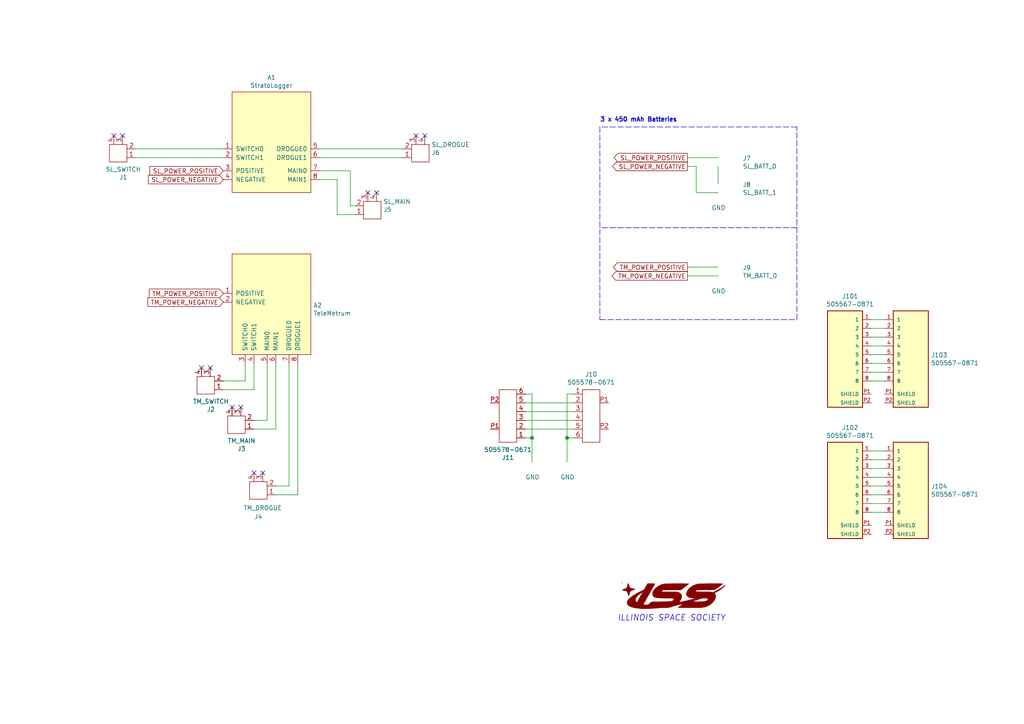
<source format=kicad_sch>
(kicad_sch (version 20211123) (generator eeschema)
  (paper "A4")
  (lib_symbols
    (symbol "COTS_Altimeters:StratoLogger" (pin_names (offset 1.016))
      (property "Reference" "A" (at 0 10.16 0))
      (property "Value" "StratoLogger" (at 0 7.62 0))
      (symbol "StratoLogger_0_1"
        (rectangle (start -11.43 5.08) (end 11.43 -24.13) (fill (type background)))
      )
      (symbol "StratoLogger_1_1"
        (pin bidirectional line (at -13.97 -11.43 0) (length 2.54) (name "SWITCH0") (number "1"))
        (pin bidirectional line (at -13.97 -13.97 0) (length 2.54) (name "SWITCH1") (number "2"))
        (pin input line (at -13.97 -17.78 0) (length 2.54) (name "POSITIVE") (number "3"))
        (pin input line (at -13.97 -20.32 0) (length 2.54) (name "NEGATIVE") (number "4"))
        (pin bidirectional line (at 13.97 -11.43 180) (length 2.54) (name "DROGUE0") (number "5"))
        (pin bidirectional line (at 13.97 -13.97 180) (length 2.54) (name "DROGUE1") (number "6"))
        (pin bidirectional line (at 13.97 -17.78 180) (length 2.54) (name "MAIN0") (number "7"))
        (pin bidirectional line (at 13.97 -20.32 180) (length 2.54) (name "MAIN1") (number "8"))
      )
    )
    (symbol "COTS_Altimeters:TeleMetrum" (pin_names (offset 1.016))
      (property "Reference" "A" (at 0 10.16 0))
      (property "Value" "TeleMetrum" (at 0 7.62 0))
      (symbol "TeleMetrum_1_1"
        (rectangle (start -11.43 5.08) (end 11.43 -24.13) (fill (type background)))
        (pin input line (at -13.97 -6.35 0) (length 2.54) (name "POSITIVE") (number "1"))
        (pin input line (at -13.97 -8.89 0) (length 2.54) (name "NEGATIVE") (number "2"))
        (pin bidirectional line (at -7.62 -26.67 90) (length 2.54) (name "SWITCH0") (number "3"))
        (pin bidirectional line (at -5.08 -26.67 90) (length 2.54) (name "SWITCH1") (number "4"))
        (pin bidirectional line (at -1.27 -26.67 90) (length 2.54) (name "MAIN0") (number "5"))
        (pin bidirectional line (at 1.27 -26.67 90) (length 2.54) (name "MAIN1") (number "6"))
        (pin bidirectional line (at 5.08 -26.67 90) (length 2.54) (name "DROGUE0") (number "7"))
        (pin bidirectional line (at 7.62 -26.67 90) (length 2.54) (name "DROGUE1") (number "8"))
      )
    )
    (symbol "ISS_LOGO:LOGO" (pin_names (offset 1.016))
      (symbol "LOGO_0_0"
        (polyline (pts (xy -15.2654 3.6322) (xy -15.2654 3.8354) (xy -15.2908 3.8608) (xy -15.3162 3.7338) (xy -15.3162 3.6068) (xy -15.2654 3.6322)) (stroke (width 0.0254)) (fill (type outline)))
        (polyline (pts (xy -13.081 0.2032) (xy -12.954 0.6096) (xy -12.8778 0.9144) (xy -12.7762 1.1176) (xy -12.6746 1.27) (xy -12.5476 1.3462) (xy -12.3698 1.4224) (xy -12.1158 1.524) (xy -11.7348 1.651) (xy -11.5316 1.7272) (xy -11.43 1.7526) (xy -11.43 1.778) (xy -11.5062 1.8542) (xy -11.684 1.9304) (xy -11.938 1.9812) (xy -12.2174 2.0574) (xy -12.5222 2.1082) (xy -12.7254 2.2098) (xy -12.8778 2.3368) (xy -12.9794 2.54) (xy -13.081 2.8448) (xy -13.1318 2.921) (xy -13.2334 3.2258) (xy -13.3858 3.5306) (xy -13.4112 3.5052) (xy -13.4874 3.3782) (xy -13.5382 3.1496) (xy -13.6906 2.54) (xy -13.7668 2.3114) (xy -13.8684 2.1844) (xy -13.9954 2.0828) (xy -14.1986 2.0066) (xy -14.478 1.905) (xy -14.605 1.8542) (xy -14.8844 1.7526) (xy -15.0876 1.651) (xy -15.1638 1.6002) (xy -15.1384 1.6002) (xy -15.0114 1.5494) (xy -14.7828 1.4732) (xy -14.4526 1.397) (xy -13.7668 1.2192) (xy -13.5636 0.762) (xy -13.4874 0.5588) (xy -13.3858 0.2794) (xy -13.2842 0.0508) (xy -13.1826 -0.2032) (xy -13.081 0.2032)) (stroke (width 0.0254)) (fill (type outline)))
        (polyline (pts (xy -8.0264 -3.8354) (xy -7.3152 -3.81) (xy -6.5786 -3.7846) (xy -5.8166 -3.7338) (xy -5.1054 -3.683) (xy -4.826 -3.6576) (xy -4.2418 -3.6068) (xy -3.6322 -3.5814) (xy -3.0988 -3.556) (xy -2.3368 -3.556) (xy -1.5494 -3.4798) (xy -0.889 -3.3528) (xy -0.3556 -3.1242) (xy -0.1778 -3.0734) (xy 0.127 -2.9718) (xy 0.508 -2.8702) (xy 0.9398 -2.7686) (xy 0.9906 -2.7432) (xy 1.5494 -2.6162) (xy 2.1844 -2.4892) (xy 2.3114 -2.4892) (xy 2.3114 -2.54) (xy 2.2352 -2.6162) (xy 2.0574 -2.7686) (xy 1.778 -2.9464) (xy 1.5748 -3.1242) (xy 1.3208 -3.3274) (xy 1.1684 -3.4544) (xy 1.1176 -3.5306) (xy 1.6256 -3.5306) (xy 2.0574 -3.556) (xy 6.2738 -3.556) (xy 6.9342 -3.5306) (xy 7.4676 -3.5306) (xy 7.9248 -3.5052) (xy 8.2804 -3.4798) (xy 8.5852 -3.429) (xy 8.8392 -3.3782) (xy 9.0678 -3.302) (xy 9.3218 -3.2258) (xy 9.5504 -3.0988) (xy 9.8298 -2.9718) (xy 10.0076 -2.8956) (xy 10.5664 -2.54) (xy 11.049 -2.1336) (xy 11.43 -1.6764) (xy 11.7602 -1.2192) (xy 11.938 -0.762) (xy 12.0396 -0.3302) (xy 11.9888 0.0762) (xy 11.811 0.4064) (xy 11.5824 0.6858) (xy 12.1158 0.9398) (xy 12.2682 1.016) (xy 13.0556 1.4732) (xy 13.7414 1.9558) (xy 14.3256 2.4384) (xy 14.605 2.7178) (xy 14.7574 2.8956) (xy 14.8082 2.9718) (xy 14.7828 2.9718) (xy 14.6558 2.8956) (xy 14.4272 2.7686) (xy 14.1478 2.5654) (xy 14.097 2.5146) (xy 13.7414 2.286) (xy 13.3096 2.0066) (xy 12.827 1.7272) (xy 12.3444 1.4986) (xy 11.2014 0.9144) (xy 10.7188 1.016) (xy 10.6172 1.016) (xy 10.3378 1.0414) (xy 9.906 1.0668) (xy 9.398 1.0922) (xy 8.2296 1.0922) (xy 7.8994 1.1176) (xy 6.9088 1.1176) (xy 6.5532 1.143) (xy 6.3246 1.143) (xy 6.223 1.1684) (xy 6.223 1.27) (xy 6.2992 1.4224) (xy 6.3754 1.4986) (xy 6.4516 1.5494) (xy 6.5532 1.5748) (xy 6.7056 1.5748) (xy 6.9596 1.6002) (xy 8.3312 1.6002) (xy 9.0678 1.6256) (xy 9.7536 1.6002) (xy 10.3378 1.6002) (xy 10.8204 1.6256) (xy 11.2014 1.6256) (xy 11.4808 1.651) (xy 11.7348 1.7018) (xy 11.938 1.778) (xy 12.1158 1.905) (xy 12.319 2.032) (xy 12.573 2.2352) (xy 13.081 2.6162) (xy 13.4112 2.8702) (xy 13.6652 3.048) (xy 13.8176 3.175) (xy 13.843 3.2004) (xy 13.9954 3.3274) (xy 14.0462 3.4036) (xy 14.0462 3.429) (xy 13.8938 3.429) (xy 13.6144 3.4544) (xy 13.208 3.4544) (xy 12.7254 3.4798) (xy 10.16 3.4798) (xy 9.4996 3.4544) (xy 8.8646 3.4544) (xy 8.255 3.429) (xy 7.747 3.429) (xy 7.3152 3.4036) (xy 6.985 3.3782) (xy 6.8072 3.3528) (xy 5.9944 3.1242) (xy 5.207 2.7686) (xy 4.572 2.3114) (xy 4.0386 1.778) (xy 3.683 1.1684) (xy 3.5306 0.762) (xy 3.4798 0.381) (xy 3.556 0.0762) (xy 3.7338 -0.1778) (xy 4.0132 -0.4064) (xy 4.3688 -0.5842) (xy 4.826 -0.6858) (xy 5.461 -0.762) (xy 6.2992 -0.8128) (xy 5.588 -0.9906) (xy 5.4102 -1.0414) (xy 5.08 -1.1176) (xy 4.6482 -1.2192) (xy 4.1656 -1.3462) (xy 3.6576 -1.4732) (xy 3.1496 -1.5748) (xy 2.6416 -1.7018) (xy 2.54 -1.7272) (xy 5.334 -1.7272) (xy 5.3594 -1.6764) (xy 5.461 -1.651) (xy 6.0706 -1.4478) (xy 6.7056 -1.2446) (xy 7.1882 -1.0668) (xy 7.5946 -0.9652) (xy 7.9248 -0.8636) (xy 8.1534 -0.8128) (xy 8.382 -0.7874) (xy 8.5598 -0.762) (xy 9.0678 -0.762) (xy 9.4488 -0.8128) (xy 9.652 -0.9398) (xy 9.7282 -1.0922) (xy 9.7028 -1.1938) (xy 9.5504 -1.397) (xy 9.2456 -1.5748) (xy 8.89 -1.6764) (xy 8.8646 -1.6764) (xy 8.6614 -1.7018) (xy 8.3058 -1.7272) (xy 7.8486 -1.7526) (xy 7.3406 -1.7526) (xy 6.7818 -1.778) (xy 6.223 -1.7526) (xy 5.5372 -1.7526) (xy 5.3848 -1.7272) (xy 5.334 -1.7272) (xy 2.54 -1.7272) (xy 2.2098 -1.8034) (xy 1.8542 -1.8796) (xy 1.6256 -1.9304) (xy 1.4986 -1.9304) (xy 1.4986 -1.905) (xy 1.6002 -1.7272) (xy 1.7272 -1.524) (xy 1.9304 -1.1684) (xy 2.1336 -0.6604) (xy 2.1844 -0.2032) (xy 2.0828 0.2286) (xy 1.8034 0.5588) (xy 1.397 0.8382) (xy 1.3208 0.889) (xy 1.0668 0.9906) (xy 0.9144 1.016) (xy 0.6858 1.0414) (xy 0.4064 1.0668) (xy -0.4826 1.0668) (xy -1.143 1.0922) (xy -3.048 1.0922) (xy -3.3274 1.1176) (xy -3.4544 1.1176) (xy -3.6068 1.143) (xy -3.6322 1.27) (xy -3.5052 1.4478) (xy -3.4544 1.4986) (xy -3.3782 1.524) (xy -3.2766 1.5494) (xy -3.0988 1.5748) (xy -2.8702 1.6002) (xy 1.8796 1.6002) (xy 2.54 2.0828) (xy 2.6162 2.159) (xy 3.3782 2.7178) (xy 3.7084 2.9718) (xy 3.7592 2.9972) (xy 3.9878 3.2004) (xy 4.1656 3.3274) (xy 4.2164 3.4036) (xy 4.2164 3.429) (xy 4.0894 3.429) (xy 3.81 3.4544) (xy 2.8956 3.4544) (xy 2.286 3.4798) (xy -0.1016 3.4798) (xy -0.889 3.4544) (xy -1.5494 3.4544) (xy -2.0828 3.429) (xy -2.54 3.4036) (xy -2.921 3.3782) (xy -3.2512 3.302) (xy -3.5052 3.2512) (xy -3.7846 3.1496) (xy -4.0386 3.048) (xy -4.3434 2.8956) (xy -4.9784 2.5146) (xy -5.4864 2.0828) (xy -5.9182 1.6002) (xy -6.1976 1.0922) (xy -6.3246 0.5588) (xy -6.3246 0.2794) (xy -6.2484 -0.0254) (xy -6.0198 -0.2794) (xy -5.6388 -0.5334) (xy -5.5626 -0.5588) (xy -5.3086 -0.6604) (xy -5.1308 -0.6858) (xy -4.8768 -0.7112) (xy -4.5466 -0.7112) (xy -4.1148 -0.7366) (xy -3.5306 -0.7366) (xy -2.8194 -0.762) (xy -2.159 -0.762) (xy -1.5748 -0.7874) (xy -1.1176 -0.7874) (xy -0.762 -0.8128) (xy -0.5334 -0.8382) (xy -0.381 -0.8636) (xy -0.2794 -0.889) (xy -0.2032 -0.9398) (xy -0.1778 -0.9652) (xy -0.127 -1.0922) (xy -0.1778 -1.2446) (xy -0.381 -1.4478) (xy -0.5842 -1.5748) (xy -0.6604 -1.6002) (xy -0.762 -1.651) (xy -0.9144 -1.6764) (xy -1.143 -1.7018) (xy -1.4224 -1.7272) (xy -1.8034 -1.7272) (xy -2.3114 -1.7526) (xy -2.9464 -1.7526) (xy -3.7338 -1.778) (xy -6.5532 -1.8288) (xy -7.1374 -2.2606) (xy -7.7216 -2.7178) (xy -8.3058 -2.6924) (xy -8.6106 -2.667) (xy -8.8392 -2.6416) (xy -8.9408 -2.6162) (xy -8.9408 -2.5908) (xy -8.9154 -2.5146) (xy -8.8646 -2.413) (xy -8.763 -2.2352) (xy -8.636 -1.9812) (xy -8.4582 -1.651) (xy -8.2296 -1.2446) (xy -7.9248 -0.7112) (xy -7.5946 -0.1016) (xy -7.1628 0.635) (xy -6.6802 1.4986) (xy -6.096 2.5146) (xy -5.9182 2.8448) (xy -5.7658 3.1242) (xy -5.6896 3.3274) (xy -5.6642 3.429) (xy -5.7658 3.4544) (xy -5.9944 3.4544) (xy -6.3246 3.4798) (xy -7.747 3.4798) (xy -8.255 2.5908) (xy -8.763 1.6764) (xy -9.9568 1.1176) (xy -10.541 0.8128) (xy -11.3284 0.381) (xy -12.0142 -0.0762) (xy -12.6238 -0.508) (xy -13.081 -0.9144) (xy -13.3858 -1.2446) (xy -11.2522 -1.2446) (xy -11.2268 -1.016) (xy -11.0998 -0.635) (xy -10.795 -0.254) (xy -10.3632 0.1524) (xy -9.779 0.5842) (xy -9.6266 0.6858) (xy -9.3726 0.8636) (xy -9.2202 0.9144) (xy -9.1694 0.9144) (xy -9.3218 0.6604) (xy -9.4742 0.4318) (xy -9.6774 0.1016) (xy -9.8806 -0.254) (xy -10.0584 -0.5588) (xy -10.2616 -0.9652) (xy -10.4648 -1.3208) (xy -10.5918 -1.6002) (xy -10.8458 -2.032) (xy -11.1252 -1.7526) (xy -11.2268 -1.524) (xy -11.2522 -1.2446) (xy -13.3858 -1.2446) (xy -13.4366 -1.2954) (xy -13.6398 -1.651) (xy -13.6906 -1.778) (xy -13.716 -2.2098) (xy -13.589 -2.5654) (xy -13.3096 -2.8956) (xy -12.8778 -3.175) (xy -12.2682 -3.4036) (xy -11.5062 -3.6068) (xy -10.5664 -3.7338) (xy -9.4742 -3.8354) (xy -9.144 -3.8608) (xy -8.636 -3.8608) (xy -8.0264 -3.8354)) (stroke (width 0.0254)) (fill (type outline)))
      )
    )
    (symbol "Molex_MLplus_2pos2.00mm:505575-0271" (pin_names (offset 1.016))
      (property "Reference" "J" (at 2.54 5.08 0))
      (property "Value" "505575-0271" (at 0 7.62 0))
      (symbol "505575-0271_0_1"
        (rectangle (start -2.54 0) (end 2.54 -5.08))
      )
      (symbol "505575-0271_1_1"
        (pin input line (at -5.08 -1.27 0) (length 2.54) (name "~") (number "1"))
        (pin input line (at -5.08 -3.81 0) (length 2.54) (name "~") (number "2"))
        (pin input line (at -1.27 -7.62 90) (length 2.54) (name "~") (number "3"))
        (pin input line (at 1.27 -7.62 90) (length 2.54) (name "~") (number "4"))
      )
    )
    (symbol "Molex_MLplus_6pos2.00mm:505578-0671" (pin_names (offset 1.016))
      (property "Reference" "J" (at 0 3.81 0))
      (property "Value" "505578-0671" (at 0 11.43 0))
      (symbol "505578-0671_0_1"
        (rectangle (start -3.81 0) (end 11.43 -5.08))
      )
      (symbol "505578-0671_1_1"
        (pin input line (at -2.54 2.54 270) (length 2.54) (name "~") (number "1"))
        (pin input line (at 0 2.54 270) (length 2.54) (name "~") (number "2"))
        (pin input line (at 2.54 2.54 270) (length 2.54) (name "~") (number "3"))
        (pin input line (at 5.08 2.54 270) (length 2.54) (name "~") (number "4"))
        (pin input line (at 7.62 2.54 270) (length 2.54) (name "~") (number "5"))
        (pin input line (at 10.16 2.54 270) (length 2.54) (name "~") (number "6"))
        (pin input line (at 0 -7.62 90) (length 2.54) (name "~") (number "P1"))
        (pin input line (at 7.62 -7.62 90) (length 2.54) (name "~") (number "P2"))
      )
    )
    (symbol "Molex_MLplus_8pos2.00mm:505567-0871" (pin_names (offset 1.016))
      (property "Reference" "J" (at -5.08 12.7 0))
      (property "Value" "505567-0871" (at -5.08 -17.145 0))
      (symbol "505567-0871_0_0"
        (rectangle (start -5.08 -15.24) (end 5.08 12.7) (stroke (width 0.254)) (fill (type background)))
        (pin passive line (at 7.62 10.16 180) (length 2.54) (name "1") (number "1"))
        (pin passive line (at 7.62 7.62 180) (length 2.54) (name "2") (number "2"))
        (pin passive line (at 7.62 5.08 180) (length 2.54) (name "3") (number "3"))
        (pin passive line (at 7.62 2.54 180) (length 2.54) (name "4") (number "4"))
        (pin passive line (at 7.62 0 180) (length 2.54) (name "5") (number "5"))
        (pin passive line (at 7.62 -2.54 180) (length 2.54) (name "6") (number "6"))
        (pin passive line (at 7.62 -5.08 180) (length 2.54) (name "7") (number "7"))
        (pin passive line (at 7.62 -7.62 180) (length 2.54) (name "8") (number "8"))
        (pin passive line (at 7.62 -11.43 180) (length 2.54) (name "SHIELD") (number "P1"))
        (pin passive line (at 7.62 -13.97 180) (length 2.54) (name "SHIELD") (number "P2"))
      )
    )
  )
  (junction (at 164.465 127))
  (junction (at 154.305 127))
  (no_connect (at 120.65 39.37))
  (no_connect (at 109.22 55.88))
  (no_connect (at 73.66 137.16))
  (no_connect (at 35.56 39.37))
  (no_connect (at 69.85 118.11))
  (no_connect (at 58.42 106.68))
  (no_connect (at 67.31 118.11))
  (no_connect (at 106.68 55.88))
  (no_connect (at 60.96 106.68))
  (no_connect (at 33.02 39.37))
  (no_connect (at 123.19 39.37))
  (no_connect (at 76.2 137.16))
  (polyline (pts (xy 173.99 92.71) (xy 231.14 92.71)))
  (wire (pts (xy 152.4 124.46) (xy 166.37 124.46)))
  (wire (pts (xy 83.82 140.97) (xy 83.82 105.41)))
  (wire (pts (xy 71.12 110.49) (xy 64.77 110.49)))
  (wire (pts (xy 256.54 135.89) (xy 252.73 135.89)))
  (wire (pts (xy 154.305 127) (xy 154.305 133.985)))
  (wire (pts (xy 86.36 105.41) (xy 86.36 143.51)))
  (wire (pts (xy 252.73 138.43) (xy 256.54 138.43)))
  (polyline (pts (xy 231.14 66.04) (xy 173.99 66.04)))
  (wire (pts (xy 256.54 140.97) (xy 252.73 140.97)))
  (wire (pts (xy 152.4 114.3) (xy 154.305 114.3)))
  (wire (pts (xy 252.73 100.33) (xy 256.54 100.33)))
  (wire (pts (xy 86.36 143.51) (xy 80.01 143.51)))
  (wire (pts (xy 166.37 114.3) (xy 164.465 114.3)))
  (wire (pts (xy 208.28 48.26) (xy 208.28 53.34)))
  (wire (pts (xy 252.73 110.49) (xy 256.54 110.49)))
  (wire (pts (xy 166.37 127) (xy 164.465 127)))
  (wire (pts (xy 73.66 113.03) (xy 73.66 105.41)))
  (wire (pts (xy 199.39 77.47) (xy 208.28 77.47)))
  (wire (pts (xy 252.73 95.25) (xy 256.54 95.25)))
  (wire (pts (xy 256.54 97.79) (xy 252.73 97.79)))
  (wire (pts (xy 199.39 45.72) (xy 208.28 45.72)))
  (wire (pts (xy 201.93 48.26) (xy 199.39 48.26)))
  (wire (pts (xy 166.37 116.84) (xy 152.4 116.84)))
  (wire (pts (xy 92.71 52.07) (xy 97.79 52.07)))
  (wire (pts (xy 64.77 45.72) (xy 39.37 45.72)))
  (polyline (pts (xy 231.14 36.83) (xy 173.99 36.83)))
  (wire (pts (xy 256.54 102.87) (xy 252.73 102.87)))
  (wire (pts (xy 64.77 43.18) (xy 39.37 43.18)))
  (wire (pts (xy 64.77 113.03) (xy 73.66 113.03)))
  (wire (pts (xy 256.54 130.81) (xy 252.73 130.81)))
  (wire (pts (xy 80.01 124.46) (xy 73.66 124.46)))
  (wire (pts (xy 71.12 105.41) (xy 71.12 110.49)))
  (wire (pts (xy 252.73 148.59) (xy 256.54 148.59)))
  (wire (pts (xy 80.01 105.41) (xy 80.01 124.46)))
  (wire (pts (xy 92.71 49.53) (xy 101.6 49.53)))
  (wire (pts (xy 164.465 114.3) (xy 164.465 127)))
  (wire (pts (xy 201.93 55.88) (xy 201.93 48.26)))
  (wire (pts (xy 256.54 92.71) (xy 252.73 92.71)))
  (wire (pts (xy 152.4 119.38) (xy 166.37 119.38)))
  (wire (pts (xy 92.71 45.72) (xy 116.84 45.72)))
  (wire (pts (xy 164.465 127) (xy 164.465 133.985)))
  (wire (pts (xy 83.82 140.97) (xy 80.01 140.97)))
  (wire (pts (xy 256.54 146.05) (xy 252.73 146.05)))
  (wire (pts (xy 97.79 62.23) (xy 102.87 62.23)))
  (wire (pts (xy 154.305 114.3) (xy 154.305 127)))
  (wire (pts (xy 116.84 43.18) (xy 92.71 43.18)))
  (wire (pts (xy 252.73 105.41) (xy 256.54 105.41)))
  (wire (pts (xy 208.28 55.88) (xy 201.93 55.88)))
  (wire (pts (xy 97.79 52.07) (xy 97.79 62.23)))
  (polyline (pts (xy 173.99 36.83) (xy 173.99 92.71)))
  (polyline (pts (xy 231.14 92.71) (xy 231.14 36.83)))
  (wire (pts (xy 101.6 59.69) (xy 102.87 59.69)))
  (wire (pts (xy 252.73 143.51) (xy 256.54 143.51)))
  (wire (pts (xy 208.28 80.01) (xy 199.39 80.01)))
  (wire (pts (xy 256.54 107.95) (xy 252.73 107.95)))
  (wire (pts (xy 101.6 49.53) (xy 101.6 59.69)))
  (wire (pts (xy 252.73 133.35) (xy 256.54 133.35)))
  (wire (pts (xy 166.37 121.92) (xy 152.4 121.92)))
  (wire (pts (xy 152.4 127) (xy 154.305 127)))
  (wire (pts (xy 77.47 105.41) (xy 77.47 121.92)))
  (wire (pts (xy 77.47 121.92) (xy 73.66 121.92)))
  (text "3 x 450 mAh Batteries" (at 173.99 35.56 0) (effects (font (size 1.27 1.27) (thickness 0.254) bold) (justify left bottom)))
  (text "ILLINOIS SPACE SOCIETY" (at 179.07 180.34 0) (effects (font (size 1.7018 1.7018) italic) (justify left bottom)))
  (global_label "SL_POWER_NEGATIVE" (shape output) (at 199.39 48.26 180) (property "Intersheet References" "${INTERSHEET_REFS}" (effects hide)))
  (global_label "SL_POWER_NEGATIVE" (shape input) (at 64.77 52.07 180) (property "Intersheet References" "${INTERSHEET_REFS}" (effects hide)))
  (global_label "TM_POWER_POSITIVE" (shape output) (at 199.39 77.47 180) (property "Intersheet References" "${INTERSHEET_REFS}" (effects hide)))
  (global_label "SL_POWER_POSITIVE" (shape output) (at 199.39 45.72 180) (property "Intersheet References" "${INTERSHEET_REFS}" (effects hide)))
  (global_label "TM_POWER_NEGATIVE" (shape input) (at 64.77 87.63 180) (property "Intersheet References" "${INTERSHEET_REFS}" (effects hide)))
  (global_label "TM_POWER_NEGATIVE" (shape output) (at 199.39 80.01 180) (property "Intersheet References" "${INTERSHEET_REFS}" (effects hide)))
  (global_label "SL_POWER_POSITIVE" (shape input) (at 64.77 49.53 180) (property "Intersheet References" "${INTERSHEET_REFS}" (effects hide)))
  (global_label "TM_POWER_POSITIVE" (shape input) (at 64.77 85.09 180) (property "Intersheet References" "${INTERSHEET_REFS}" (effects hide)))
  (symbol (lib_id "ISS_LOGO:LOGO") (at 195.58 172.72 0)
    (property "Reference" "#G1" (effects hide))
    (property "Value" "LOGO" (effects hide))
  )
  (symbol (lib_id "COTS_Altimeters:StratoLogger") (at 78.74 31.75 0)
    (property "Reference" "A1" (at 78.74 22.479 0))
    (property "Value" "StratoLogger" (at 78.74 24.7904 0))
    (property "Footprint" "COTS_Altimeters:StratoLogger" (effects hide))
  )
  (symbol (lib_id "COTS_Altimeters:TeleMetrum") (at 78.74 78.74 0)
    (property "Reference" "A2" (at 90.8812 88.5698 0) (effects (justify left)))
    (property "Value" "TeleMetrum" (at 90.8812 90.8812 0) (effects (justify left)))
    (property "Footprint" "COTS_Altimeters:TeleMetrum" (effects hide))
  )
  (symbol (lib_id "Molex_MLplus_2pos2.00mm:505575-0271") (at 34.29 46.99 180) (unit 1)
    (property "Reference" "J1" (at 35.7632 51.435 0))
    (property "Value" "SL_SWITCH" (at 35.7632 49.1236 0))
    (property "Footprint" "505575-0271:505575-0271" (effects hide))
  )
  (symbol (lib_id "Molex_MLplus_2pos2.00mm:505575-0271") (at 74.93 144.78 180) (unit 1)
    (property "Reference" "J4" (at 74.93 149.86 0))
    (property "Value" "TM_DROGUE" (at 76.2 147.32 0))
    (property "Footprint" "505575-0271:505575-0271" (effects hide))
  )
  (symbol (lib_id "Connector_Generic:Conn_01x02") (at 213.36 45.72 0) (unit 1)
    (property "Reference" "J7" (at 215.392 45.9232 0) (effects (justify left)))
    (property "Value" "SL_BATT_0" (at 215.392 48.2346 0) (effects (justify left)))
    (property "Footprint" "Connector_JST:JST_PH_B2B-PH-K_1x02_P2.00mm_Vertical" (effects hide))
  )
  (symbol (lib_id "Connector_Generic:Conn_01x02") (at 213.36 53.34 0) (unit 1)
    (property "Reference" "J8" (at 215.392 53.5432 0) (effects (justify left)))
    (property "Value" "SL_BATT_1" (at 215.392 55.8546 0) (effects (justify left)))
    (property "Footprint" "Connector_JST:JST_PH_B2B-PH-K_1x02_P2.00mm_Vertical" (effects hide))
  )
  (symbol (lib_id "Connector_Generic:Conn_01x02") (at 213.36 77.47 0) (unit 1)
    (property "Reference" "J9" (at 215.392 77.6732 0) (effects (justify left)))
    (property "Value" "TM_BATT_0" (at 215.392 79.9846 0) (effects (justify left)))
    (property "Footprint" "Connector_JST:JST_PH_B2B-PH-K_1x02_P2.00mm_Vertical" (effects hide))
  )
  (symbol (lib_id "power:GND") (at 208.28 55.88 0) (unit 1)
    (property "Reference" "#PWR02" (effects hide))
    (property "Value" "GND" (at 208.407 60.2742 0))
  )
  (symbol (lib_id "power:GND") (at 208.28 80.01 0) (unit 1)
    (property "Reference" "#PWR03" (effects hide))
    (property "Value" "GND" (at 208.407 84.4042 0))
  )
  (symbol (lib_id "Molex_MLplus_2pos2.00mm:505575-0271") (at 121.92 46.99 0) (mirror x) (unit 1)
    (property "Reference" "J6" (at 125.1712 44.2722 0) (effects (justify left)))
    (property "Value" "SL_DROGUE" (at 125.1712 41.9608 0) (effects (justify left)))
    (property "Footprint" "505575-0271:505575-0271" (effects hide))
  )
  (symbol (lib_id "Molex_MLplus_2pos2.00mm:505575-0271") (at 68.58 125.73 180) (unit 1)
    (property "Reference" "J3" (at 70.0532 130.175 0))
    (property "Value" "TM_MAIN" (at 70.0532 127.8636 0))
    (property "Footprint" "505575-0271:505575-0271" (effects hide))
  )
  (symbol (lib_id "Molex_MLplus_2pos2.00mm:505575-0271") (at 59.69 114.3 180) (unit 1)
    (property "Reference" "J2" (at 61.1632 118.745 0))
    (property "Value" "TM_SWITCH" (at 61.1632 116.4336 0))
    (property "Footprint" "505575-0271:505575-0271" (effects hide))
  )
  (symbol (lib_id "Molex_MLplus_2pos2.00mm:505575-0271") (at 107.95 63.5 0) (mirror x) (unit 1)
    (property "Reference" "J5" (at 111.2012 60.7822 0) (effects (justify left)))
    (property "Value" "SL_MAIN" (at 111.2012 58.4708 0) (effects (justify left)))
    (property "Footprint" "505575-0271:505575-0271" (effects hide))
  )
  (symbol (lib_id "Molex_MLplus_6pos2.00mm:505578-0671") (at 168.91 116.84 90) (mirror x) (unit 1)
    (property "Reference" "J10" (at 171.45 108.585 90))
    (property "Value" "505578-0671" (at 171.45 110.8964 90))
    (property "Footprint" "Molex 6 Circuit 2:505578-0671" (effects hide))
  )
  (symbol (lib_id "Molex_MLplus_6pos2.00mm:505578-0671") (at 149.86 124.46 270) (mirror x) (unit 1)
    (property "Reference" "J11" (at 147.32 132.715 90))
    (property "Value" "505578-0671" (at 147.32 130.4036 90))
    (property "Footprint" "Molex 6 Circuit 2:505578-0671" (effects hide))
  )
  (symbol (lib_id "Molex_MLplus_8pos2.00mm:505567-0871") (at 245.11 102.87 0) (unit 1)
    (property "Reference" "J101" (at 246.5578 85.9282 0))
    (property "Value" "505567-0871" (at 246.5578 88.2396 0))
    (property "Footprint" "MOLEX_505567-0871" (effects hide))
    (property "PARTREV" "A" (effects hide))
    (property "MANUFACTURER" "Molex" (effects hide))
    (property "STANDARD" "MANUFACTURER RECOMMENDATIONS" (effects hide))
  )
  (symbol (lib_id "Molex_MLplus_8pos2.00mm:505567-0871") (at 264.16 102.87 0) (mirror y) (unit 1)
    (property "Reference" "J103" (at 270.002 102.9716 0) (effects (justify right)))
    (property "Value" "505567-0871" (at 270.002 105.283 0) (effects (justify right)))
    (property "Footprint" "MOLEX_505567-0871" (effects hide))
    (property "PARTREV" "A" (effects hide))
    (property "MANUFACTURER" "Molex" (effects hide))
    (property "STANDARD" "MANUFACTURER RECOMMENDATIONS" (effects hide))
  )
  (symbol (lib_id "Molex_MLplus_8pos2.00mm:505567-0871") (at 245.11 140.97 0) (unit 1)
    (property "Reference" "J102" (at 246.5578 124.0282 0))
    (property "Value" "505567-0871" (at 246.5578 126.3396 0))
    (property "Footprint" "MOLEX_505567-0871" (effects hide))
    (property "PARTREV" "A" (effects hide))
    (property "MANUFACTURER" "Molex" (effects hide))
    (property "STANDARD" "MANUFACTURER RECOMMENDATIONS" (effects hide))
  )
  (symbol (lib_id "Molex_MLplus_8pos2.00mm:505567-0871") (at 264.16 140.97 0) (mirror y) (unit 1)
    (property "Reference" "J104" (at 270.002 141.0716 0) (effects (justify right)))
    (property "Value" "505567-0871" (at 270.002 143.383 0) (effects (justify right)))
    (property "Footprint" "MOLEX_505567-0871" (effects hide))
    (property "PARTREV" "A" (effects hide))
    (property "MANUFACTURER" "Molex" (effects hide))
    (property "STANDARD" "MANUFACTURER RECOMMENDATIONS" (effects hide))
  )
  (symbol (lib_id "power:GND") (at 154.305 133.985 0) (unit 1)
    (property "Reference" "#PWR0101" (effects hide))
    (property "Value" "GND" (at 154.432 138.3792 0))
  )
  (symbol (lib_id "power:GND") (at 164.465 133.985 0) (unit 1)
    (property "Reference" "#PWR0102" (effects hide))
    (property "Value" "GND" (at 164.592 138.3792 0))
  )
)
</source>
